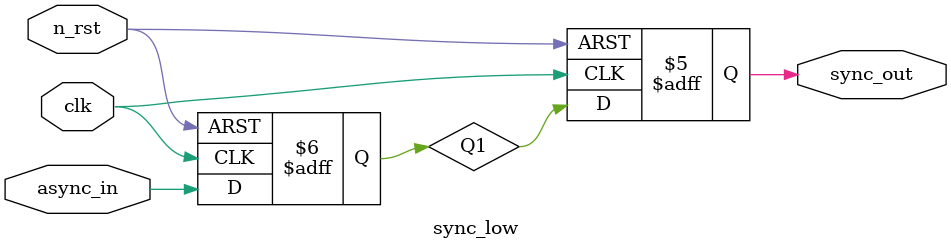
<source format=sv>
module sync_low
(
	input wire clk,
	input wire n_rst,
	input wire async_in,
	output reg sync_out
);
reg Q1;

always_ff @ (posedge clk, negedge n_rst)
begin
 if(1'b0 == n_rst)
 begin
	Q1 <= 0;
 end
 else
 begin
	Q1 <= async_in;
 end
end

always_ff @ (posedge clk, negedge n_rst)
begin
 if(1'b0 == n_rst)
 begin
	sync_out <= 0;
 end
 else
 begin
	sync_out <= Q1;
 end
end

endmodule

</source>
